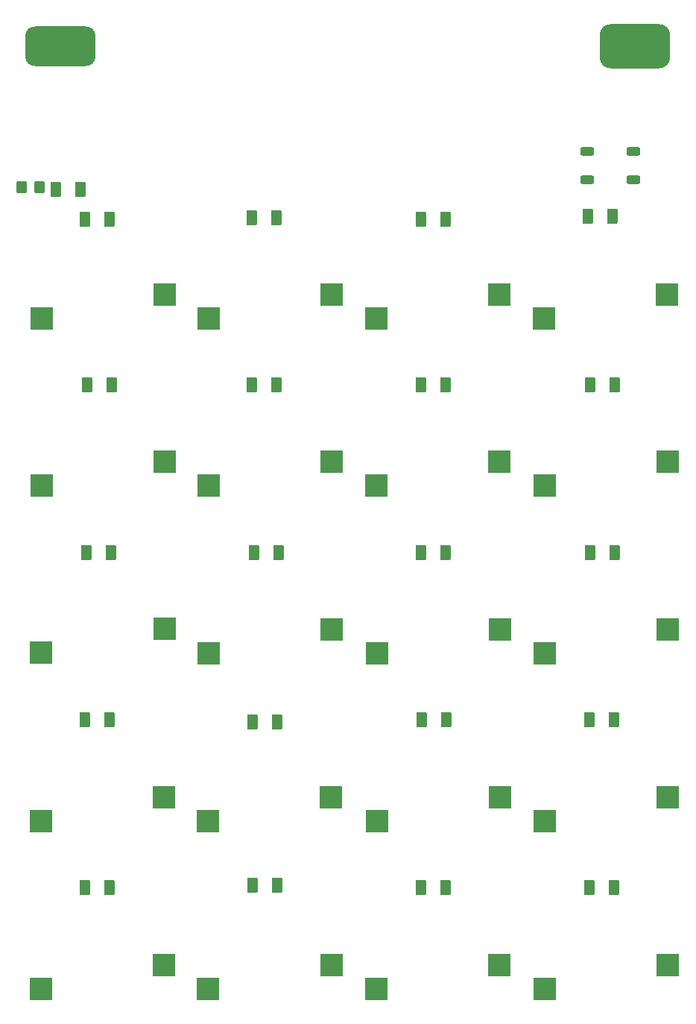
<source format=gbr>
%TF.GenerationSoftware,KiCad,Pcbnew,8.0.7-8.0.7-0~ubuntu22.04.1*%
%TF.CreationDate,2024-12-28T00:36:41+00:00*%
%TF.ProjectId,numcalcium,6e756d63-616c-4636-9975-6d2e6b696361,rev?*%
%TF.SameCoordinates,Original*%
%TF.FileFunction,Paste,Bot*%
%TF.FilePolarity,Positive*%
%FSLAX46Y46*%
G04 Gerber Fmt 4.6, Leading zero omitted, Abs format (unit mm)*
G04 Created by KiCad (PCBNEW 8.0.7-8.0.7-0~ubuntu22.04.1) date 2024-12-28 00:36:41*
%MOMM*%
%LPD*%
G01*
G04 APERTURE LIST*
G04 Aperture macros list*
%AMRoundRect*
0 Rectangle with rounded corners*
0 $1 Rounding radius*
0 $2 $3 $4 $5 $6 $7 $8 $9 X,Y pos of 4 corners*
0 Add a 4 corners polygon primitive as box body*
4,1,4,$2,$3,$4,$5,$6,$7,$8,$9,$2,$3,0*
0 Add four circle primitives for the rounded corners*
1,1,$1+$1,$2,$3*
1,1,$1+$1,$4,$5*
1,1,$1+$1,$6,$7*
1,1,$1+$1,$8,$9*
0 Add four rect primitives between the rounded corners*
20,1,$1+$1,$2,$3,$4,$5,0*
20,1,$1+$1,$4,$5,$6,$7,0*
20,1,$1+$1,$6,$7,$8,$9,0*
20,1,$1+$1,$8,$9,$2,$3,0*%
G04 Aperture macros list end*
%ADD10R,2.550000X2.500000*%
%ADD11RoundRect,0.250000X0.375000X0.625000X-0.375000X0.625000X-0.375000X-0.625000X0.375000X-0.625000X0*%
%ADD12RoundRect,0.250000X-0.375000X-0.625000X0.375000X-0.625000X0.375000X0.625000X-0.375000X0.625000X0*%
%ADD13RoundRect,1.125000X2.875000X1.125000X-2.875000X1.125000X-2.875000X-1.125000X2.875000X-1.125000X0*%
%ADD14RoundRect,1.250000X2.750000X1.250000X-2.750000X1.250000X-2.750000X-1.250000X2.750000X-1.250000X0*%
%ADD15RoundRect,0.250000X-0.525000X-0.250000X0.525000X-0.250000X0.525000X0.250000X-0.525000X0.250000X0*%
%ADD16RoundRect,0.250000X-0.350000X-0.450000X0.350000X-0.450000X0.350000X0.450000X-0.350000X0.450000X0*%
G04 APERTURE END LIST*
D10*
%TO.C,SW1*%
X3621789Y-88363880D03*
X17621789Y-85663880D03*
%TD*%
%TO.C,SW4*%
X60825789Y-88363880D03*
X74825789Y-85663880D03*
%TD*%
%TO.C,SW13*%
X3708789Y-31213880D03*
X17708789Y-28513880D03*
%TD*%
%TO.C,SW20*%
X60771789Y-12290880D03*
X74771789Y-9590880D03*
%TD*%
%TO.C,SW3*%
X41721789Y-88363880D03*
X55721789Y-85663880D03*
%TD*%
%TO.C,SW19*%
X41681789Y-12290880D03*
X55681789Y-9590880D03*
%TD*%
%TO.C,SW8*%
X60813789Y-69312880D03*
X74813789Y-66612880D03*
%TD*%
%TO.C,SW15*%
X41681789Y-31213880D03*
X55681789Y-28513880D03*
%TD*%
%TO.C,SW10*%
X22631789Y-50262880D03*
X36631789Y-47562880D03*
%TD*%
%TO.C,SW14*%
X22631789Y-31213880D03*
X36631789Y-28513880D03*
%TD*%
%TO.C,SW11*%
X41763789Y-50262880D03*
X55763789Y-47562880D03*
%TD*%
%TO.C,SW2*%
X22598789Y-88363880D03*
X36598789Y-85663880D03*
%TD*%
%TO.C,SW16*%
X60858789Y-31213880D03*
X74858789Y-28513880D03*
%TD*%
%TO.C,SW17*%
X3708789Y-12290880D03*
X17708789Y-9590880D03*
%TD*%
%TO.C,SW18*%
X22631789Y-12290880D03*
X36631789Y-9590880D03*
%TD*%
%TO.C,SW9*%
X3648789Y-50228880D03*
X17648789Y-47528880D03*
%TD*%
%TO.C,SW12*%
X60858789Y-50263880D03*
X74858789Y-47563880D03*
%TD*%
%TO.C,SW5*%
X3621789Y-69313880D03*
X17621789Y-66613880D03*
%TD*%
%TO.C,SW7*%
X41763789Y-69312880D03*
X55763789Y-66612880D03*
%TD*%
%TO.C,SW6*%
X22586789Y-69312880D03*
X36586789Y-66612880D03*
%TD*%
D11*
%TO.C,D1*%
X11442000Y-76864000D03*
X8642000Y-76864000D03*
%TD*%
D12*
%TO.C,D25*%
X5292000Y2386000D03*
X8092000Y2386000D03*
%TD*%
D11*
%TO.C,D4*%
X68742000Y-76864000D03*
X65942000Y-76864000D03*
%TD*%
%TO.C,D20*%
X68542000Y-714000D03*
X65742000Y-714000D03*
%TD*%
%TO.C,D5*%
X11442000Y-57864000D03*
X8642000Y-57864000D03*
%TD*%
%TO.C,D9*%
X11592000Y-38864000D03*
X8792000Y-38864000D03*
%TD*%
%TO.C,D12*%
X68842000Y-38864000D03*
X66042000Y-38864000D03*
%TD*%
%TO.C,D18*%
X30342000Y-864000D03*
X27542000Y-864000D03*
%TD*%
D13*
%TO.C,BT1*%
X5812000Y18642000D03*
D14*
X71062000Y18642000D03*
%TD*%
D15*
%TO.C,SW22*%
X65717000Y3486000D03*
X70967000Y3486000D03*
X65717000Y6686000D03*
X70967000Y6686000D03*
%TD*%
D11*
%TO.C,D10*%
X30592000Y-38864000D03*
X27792000Y-38864000D03*
%TD*%
%TO.C,D16*%
X68842000Y-19864000D03*
X66042000Y-19864000D03*
%TD*%
%TO.C,D6*%
X30492000Y-58114000D03*
X27692000Y-58114000D03*
%TD*%
%TO.C,D11*%
X49592000Y-38864000D03*
X46792000Y-38864000D03*
%TD*%
%TO.C,D13*%
X11692000Y-19864000D03*
X8892000Y-19864000D03*
%TD*%
%TO.C,D8*%
X68692000Y-57864000D03*
X65892000Y-57864000D03*
%TD*%
%TO.C,D2*%
X30442000Y-76614000D03*
X27642000Y-76614000D03*
%TD*%
%TO.C,D19*%
X49592000Y-998880D03*
X46792000Y-998880D03*
%TD*%
D16*
%TO.C,R1*%
X1442000Y2636000D03*
X3442000Y2636000D03*
%TD*%
D11*
%TO.C,D14*%
X30342000Y-19864000D03*
X27542000Y-19864000D03*
%TD*%
%TO.C,D17*%
X11442000Y-998880D03*
X8642000Y-998880D03*
%TD*%
%TO.C,D15*%
X49592000Y-19864000D03*
X46792000Y-19864000D03*
%TD*%
%TO.C,D7*%
X49692000Y-57864000D03*
X46892000Y-57864000D03*
%TD*%
%TO.C,D3*%
X49592000Y-76864000D03*
X46792000Y-76864000D03*
%TD*%
M02*

</source>
